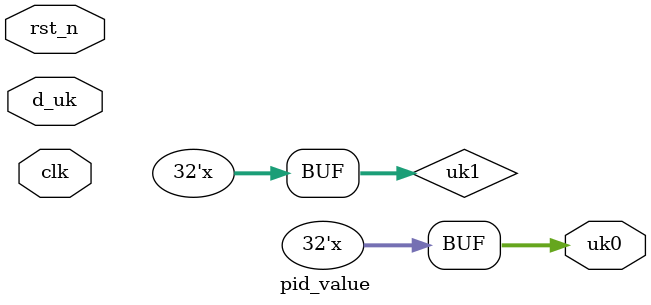
<source format=v>
module pid_value (
	//system signals
	input		clk						, // 时钟信号
	input		rst_n					, // 复位信号，低电平有效
	input		signed [31:0]	  d_uk	    , // pid增量
	output	    reg signed [31:0]      uk0		  // pid输出值
);
 
reg signed [31:0] uk1 = 31'b0; // 上一时刻u(k-1)的值
always @ (d_uk) begin
	uk0 = uk1 + d_uk/1000; // 计算pid输出值
	uk1 = uk0;// 寄存上一时刻 u(k-1)的值    
end
endmodule
</source>
